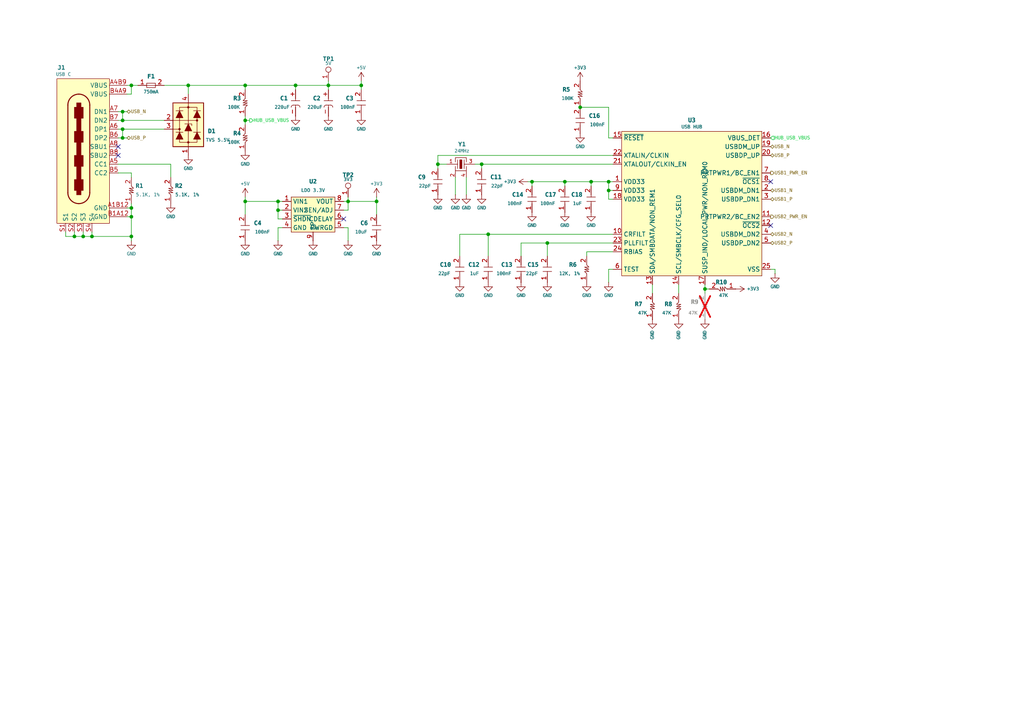
<source format=kicad_sch>
(kicad_sch (version 20231120) (generator "eeschema") (generator_version "8.0")
  (paper "A4")
  (title_block (title "PROGRAMMER & DEBUGGER") (date "2024-07-17") (rev "0.1") (company "TON DUC THANG UNIVERSITY") (comment 1 "Schematic Designed by ...") (comment 2 "PCB Designed by ...") (comment 3 "Approved by ..."))
  (lib_symbols
    (symbol "Liem:FUSE" (pin_names hide)
      (property "Reference" "F1" (at 0.635 3.175 0))
      (property "Value" "10A" (at 0.635 0.635 0))
      (symbol "FUSE_0_1"
        (rectangle (start -0.635 -1.905) (end 1.905 -3.175))
        (polyline (pts (xy 1.905 -2.54) (xy -0.635 -2.54)))
      )
      (symbol "FUSE_1_1"
        (pin bidirectional line (at -3.175 -2.54 0) (length 2.54) (name "1") (number "1"))
        (pin bidirectional line (at 4.445 -2.54 180) (length 2.54) (name "2") (number "2"))
      )
    )
    (symbol "Liem:MCP1727"
      (property "Reference" "U2" (at 6.35 1.27 0))
      (property "Value" "MCP1727" (at 6.35 -1.27 0))
      (symbol "MCP1727_1_1"
        (rectangle (start 0 -3.81) (end 12.7 -13.97) (fill (type background)))
        (pin power_in line (at -2.54 -5.08 0) (length 2.54) (name "VIN1") (number "1"))
        (pin power_in line (at -2.54 -7.62 0) (length 2.54) (name "VIN2") (number "2"))
        (pin input line (at -2.54 -10.16 0) (length 2.54) (name "~{SHDN}") (number "3"))
        (pin power_in line (at -2.54 -12.7 0) (length 2.54) (name "GND") (number "4"))
        (pin bidirectional line (at 15.24 -12.7 180) (length 2.54) (name "PWRGD") (number "5"))
        (pin bidirectional line (at 15.24 -10.16 180) (length 2.54) (name "CDELAY") (number "6"))
        (pin input line (at 15.24 -7.62 180) (length 2.54) (name "SEN/ADJ") (number "7"))
        (pin power_out line (at 15.24 -5.08 180) (length 2.54) (name "VOUT") (number "8"))
        (pin bidirectional line (at 6.35 -16.51 90) (length 2.54) (name "EP") (number "9"))
      )
    )
    (symbol "Liem:PRTR5V0U2X" (pin_names (offset 0) hide)
      (property "Reference" "D1" (at -6.35 1.2701 0))
      (property "Value" "PRTR5V0U2X" (at -6.35 -1.2699 0))
      (symbol "PRTR5V0U2X_0_1"
        (rectangle (start -4.445 6.35) (end 4.445 -6.35) (stroke (width 0.254)) (fill (type background)))
        (circle (center -2.54 1.27) (radius 0.254) (fill (type outline)))
        (rectangle (start -2.54 5.08) (end 2.54 -5.08))
        (circle (center 0 -5.08) (radius 0.254) (fill (type outline)))
        (polyline (pts (xy -1.524 -2.159) (xy -3.556 -2.159)))
        (polyline (pts (xy -1.524 4.064) (xy -3.556 4.064)))
        (polyline (pts (xy 0 -6.35) (xy 0 6.35)))
        (polyline (pts (xy 1.524 -2.159) (xy 3.556 -2.159)))
        (polyline (pts (xy 1.524 4.064) (xy 3.556 4.064)))
        (polyline (pts (xy 2.54 -1.27) (xy 4.445 -1.27)))
        (polyline (pts (xy 4.445 1.27) (xy -2.54 1.27)))
        (polyline (pts (xy 1.016 0.254) (xy -1.016 0.254) (xy -1.016 -0.254)))
        (circle (center 0 5.08) (radius 0.254) (fill (type outline)))
        (circle (center 2.54 -1.27) (radius 0.254) (fill (type outline)))
      )
      (symbol "PRTR5V0U2X_1_1"
        (polyline (pts (xy -3.556 -4.191) (xy -1.524 -4.191) (xy -2.54 -2.159) (xy -3.556 -4.191)) (fill (type outline)))
        (polyline (pts (xy -3.556 2.032) (xy -1.524 2.032) (xy -2.54 4.064) (xy -3.556 2.032)) (fill (type outline)))
        (polyline (pts (xy -1.016 -1.778) (xy 1.016 -1.778) (xy 0 0.254) (xy -1.016 -1.778)) (fill (type outline)))
        (polyline (pts (xy 3.556 -4.191) (xy 1.524 -4.191) (xy 2.54 -2.159) (xy 3.556 -4.191)) (fill (type outline)))
        (polyline (pts (xy 3.556 2.032) (xy 1.524 2.032) (xy 2.54 4.064) (xy 3.556 2.032)) (fill (type outline)))
        (pin passive line (at 0 -8.89 90) (length 2.54) (name "GND") (number "1"))
        (pin passive line (at 6.985 1.27 180) (length 2.54) (name "I/O1") (number "2"))
        (pin passive line (at 6.985 -1.27 180) (length 2.54) (name "I/O2") (number "3"))
        (pin passive line (at 0 8.89 270) (length 2.54) (name "VCC") (number "4"))
      )
    )
    (symbol "Liem:USB4105"
      (property "Reference" "J1" (at 7.62 -0.635 0))
      (property "Value" "USB C" (at 7.62 -3.175 0))
      (symbol "USB4105_1_1"
        (rectangle (start 0 -5.715) (end 15.24 -47.625) (fill (type background)))
        (polyline (pts (xy 3.175 -13.335) (xy 3.175 -38.735)) (stroke (width 0.3)))
        (polyline (pts (xy 9.525 -13.335) (xy 9.525 -38.735)) (stroke (width 0.3)))
        (arc (start 3.175 -38.735) (mid 4.1049 -40.9801) (end 6.35 -41.91) (stroke (width 0.3)))
        (rectangle (start 5.08 -34.925) (end 5.715 -38.1) (fill (type outline)))
        (rectangle (start 5.08 -27.94) (end 5.715 -31.115) (fill (type outline)))
        (rectangle (start 5.08 -20.955) (end 5.715 -24.13) (fill (type outline)))
        (rectangle (start 5.08 -13.97) (end 5.715 -17.145) (fill (type outline)))
        (rectangle (start 5.715 -12.7) (end 6.985 -39.37) (fill (type outline)))
        (arc (start 6.35 -41.91) (mid 8.5951 -40.9801) (end 9.525 -38.735) (stroke (width 0.3)))
        (arc (start 6.35 -10.16) (mid 4.1049 -11.0899) (end 3.175 -13.335) (stroke (width 0.3)))
        (rectangle (start 6.985 -34.925) (end 7.62 -38.1) (fill (type outline)))
        (rectangle (start 6.985 -27.94) (end 7.62 -31.115) (fill (type outline)))
        (rectangle (start 6.985 -20.955) (end 7.62 -24.13) (fill (type outline)))
        (rectangle (start 6.985 -13.97) (end 7.62 -17.145) (fill (type outline)))
        (arc (start 9.525 -13.335) (mid 8.5951 -11.0899) (end 6.35 -10.16) (stroke (width 0.3)))
        (pin passive line (at 20.32 -43.18 180) (length 5.08) (name "GND") (number "A1B12"))
        (pin passive line (at 20.32 -7.62 180) (length 5.08) (name "VBUS") (number "A4B9"))
        (pin passive line (at 17.78 -30.48 180) (length 2.54) (name "CC1") (number "A5"))
        (pin passive line (at 17.78 -20.32 180) (length 2.54) (name "DP1") (number "A6"))
        (pin passive line (at 17.78 -15.24 180) (length 2.54) (name "DN1") (number "A7"))
        (pin passive line (at 17.78 -25.4 180) (length 2.54) (name "SBU1") (number "A8"))
        (pin passive line (at 20.32 -45.72 180) (length 5.08) (name "GND") (number "B1A12"))
        (pin passive line (at 20.32 -10.16 180) (length 5.08) (name "VBUS") (number "B4A9"))
        (pin passive line (at 17.78 -33.02 180) (length 2.54) (name "CC2") (number "B5"))
        (pin passive line (at 17.78 -22.86 180) (length 2.54) (name "DP2") (number "B6"))
        (pin passive line (at 17.78 -17.78 180) (length 2.54) (name "DN2") (number "B7"))
        (pin passive line (at 17.78 -27.94 180) (length 2.54) (name "SBU2") (number "B8"))
        (pin passive line (at 2.54 -50.165 90) (length 2.54) (name "S1") (number "S1"))
        (pin passive line (at 5.08 -50.165 90) (length 2.54) (name "S2") (number "S2"))
        (pin passive line (at 7.62 -50.165 90) (length 2.54) (name "S3") (number "S3"))
        (pin passive line (at 10.16 -50.165 90) (length 2.54) (name "S4") (number "S4"))
      )
    )
    (symbol "My_Library:TestPoint"
      (property "Reference" "TP" (at 0 2.54 0))
      (property "Value" "TestPoint" (at 0 -3.81 0))
      (symbol "TestPoint_0_1"
        (circle (center 0 0.762) (radius 0.762))
      )
      (symbol "TestPoint_1_1"
        (pin passive line (at 0 -2.54 90) (length 2.54) (name "") (number "1"))
      )
    )
    (symbol "SAMPI:CERCAP" (pin_names hide)
      (property "Reference" "C" (at -1.905 1.905 0))
      (property "Value" "CerCap" (at -1.905 0 0))
      (symbol "CERCAP_0_1"
        (polyline (pts (xy 0 -2.54) (xy 0.635 -2.54)))
        (polyline (pts (xy 0.635 -1.27) (xy 0.635 -3.81)))
        (polyline (pts (xy 1.905 -2.54) (xy 2.54 -2.54)))
        (polyline (pts (xy 1.905 -1.27) (xy 1.905 -3.81)))
      )
      (symbol "CERCAP_1_1"
        (pin bidirectional line (at -2.54 -2.54 0) (length 2.54) (name "1") (number "1"))
        (pin bidirectional line (at 5.08 -2.54 180) (length 2.54) (name "2") (number "2"))
      )
    )
    (symbol "SAMPI:ELECCAP" (pin_names hide)
      (property "Reference" "C" (at -1.905 1.905 0))
      (property "Value" "Cer Cap" (at -1.905 0 0))
      (symbol "ELECCAP_0_1"
        (polyline (pts (xy 0.635 -1.27) (xy 0.635 -3.81)))
        (arc (start 2.54 -1.27) (mid 2.091 -1.456) (end 1.905 -1.905))
      )
      (symbol "ELECCAP_1_1"
        (polyline (pts (xy 0.635 -2.54) (xy 0 -2.54)))
        (polyline (pts (xy 1.905 -3.175) (xy 1.905 -1.905)))
        (polyline (pts (xy 2.54 -2.54) (xy 1.905 -2.54)))
        (arc (start 1.905 -3.175) (mid 2.091 -3.624) (end 2.54 -3.81))
        (pin bidirectional line (at -2.54 -2.54 0) (length 2.54) (name "+") (number "+"))
        (pin bidirectional line (at 5.08 -2.54 180) (length 2.54) (name "-") (number "-"))
      )
    )
    (symbol "SAMPI:RES" (pin_names hide)
      (property "Reference" "R" (at 0 1.905 0))
      (property "Value" "RES" (at 0 0 0))
      (symbol "RES_0_1"
        (polyline (pts (xy 0 -2.54) (xy 0.635 -1.905) (xy 0.635 -3.175) (xy 1.27 -1.905) (xy 1.27 -3.175) (xy 1.905 -1.905) (xy 1.905 -3.175) (xy 2.54 -2.54)))
      )
      (symbol "RES_1_1"
        (pin bidirectional line (at -2.54 -2.54 0) (length 2.54) (name "1") (number "1"))
        (pin bidirectional line (at 5.08 -2.54 180) (length 2.54) (name "2") (number "2"))
      )
    )
    (symbol "SAMPI:USB2422"
      (property "Reference" "U3" (at 0.635 0 0))
      (property "Value" "USB HUB" (at 0.635 -1.905 0))
      (symbol "USB2422_1_1"
        (rectangle (start -19.685 -3.175) (end 20.955 -45.085) (fill (type background)))
        (pin power_in line (at -22.225 -17.78 0) (length 2.54) (name "VDD33") (number "1"))
        (pin passive line (at -22.225 -33.02 0) (length 2.54) (name "CRFILT") (number "10"))
        (pin output line (at 23.495 -27.94 180) (length 2.54) (name "PRTPWR2/BC_EN2") (number "11"))
        (pin input line (at 23.495 -30.48 180) (length 2.54) (name "~{OCS2}") (number "12"))
        (pin bidirectional line (at -10.795 -47.625 90) (length 2.54) (name "SDA/SMBDATA/NON_REM1") (number "13"))
        (pin bidirectional line (at -3.175 -47.625 90) (length 2.54) (name "SCL/SMBCLK/CFG_SEL0") (number "14"))
        (pin input line (at -22.225 -5.08 0) (length 2.54) (name "~{RESET}") (number "15"))
        (pin input line (at 23.495 -5.08 180) (length 2.54) (name "VBUS_DET") (number "16"))
        (pin bidirectional line (at 4.445 -47.625 90) (length 2.54) (name "SUSP_IND/LOCAL_PWR/NON_REM0") (number "17"))
        (pin power_in line (at -22.225 -22.86 0) (length 2.54) (name "VDD33") (number "18"))
        (pin bidirectional line (at 23.495 -7.62 180) (length 2.54) (name "USBDM_UP") (number "19"))
        (pin bidirectional line (at 23.495 -20.32 180) (length 2.54) (name "USBDM_DN1") (number "2"))
        (pin bidirectional line (at 23.495 -10.16 180) (length 2.54) (name "USBDP_UP") (number "20"))
        (pin output line (at -22.225 -12.7 0) (length 2.54) (name "XTALOUT/CLKIN_EN") (number "21"))
        (pin input line (at -22.225 -10.16 0) (length 2.54) (name "XTALIN/CLKIN") (number "22"))
        (pin passive line (at -22.225 -35.56 0) (length 2.54) (name "PLLFILT") (number "23"))
        (pin passive line (at -22.225 -38.1 0) (length 2.54) (name "RBIAS") (number "24"))
        (pin passive line (at 23.495 -43.18 180) (length 2.54) (name "VSS") (number "25"))
        (pin bidirectional line (at 23.495 -22.86 180) (length 2.54) (name "USBDP_DN1") (number "3"))
        (pin bidirectional line (at 23.495 -33.02 180) (length 2.54) (name "USBDM_DN2") (number "4"))
        (pin bidirectional line (at 23.495 -35.56 180) (length 2.54) (name "USBDP_DN2") (number "5"))
        (pin passive line (at -22.225 -43.18 0) (length 2.54) (name "TEST") (number "6"))
        (pin output line (at 23.495 -15.24 180) (length 2.54) (name "PRTPWR1/BC_EN1") (number "7"))
        (pin input line (at 23.495 -17.78 180) (length 2.54) (name "~{OCS1}") (number "8"))
        (pin power_in line (at -22.225 -20.32 0) (length 2.54) (name "VDD33") (number "9"))
      )
    )
    (symbol "TUANLIB:FA-20H" (pin_names (offset 1.016))
      (property "Reference" "Y1" (at 0 7.62 0))
      (property "Value" "FA-20H" (at -6.985 3.175 0))
      (symbol "FA-20H_0_0"
        (pin passive line (at -5.715 0 0) (length 2.54) (name "~") (number "1"))
        (pin passive line (at 2.54 0 180) (length 2.54) (name "~") (number "3"))
      )
      (symbol "FA-20H_0_1"
        (polyline (pts (xy -2.54 1.27) (xy -2.54 -1.27)))
        (polyline (pts (xy -0.635 1.27) (xy -0.635 -1.27)))
        (polyline (pts (xy -3.175 0.635) (xy -3.175 1.905) (xy 0 1.905) (xy 0 0.635)))
        (polyline (pts (xy 0 -0.635) (xy 0 -1.905) (xy -3.175 -1.905) (xy -3.175 -0.635)))
      )
      (symbol "FA-20H_1_0"
        (pin passive line (at -3.175 -3.81 90) (length 1.27) (name "") (number "2"))
        (pin passive line (at 0 -3.81 90) (length 1.27) (name "") (number "4"))
      )
      (symbol "FA-20H_1_1"
        (rectangle (start -1.905 1.27) (end -1.27 -1.27) (fill (type outline)))
        (polyline (pts (xy -3.175 -2.54) (xy -3.175 -1.905)))
        (polyline (pts (xy -2.54 0) (xy -3.175 0)))
        (polyline (pts (xy 0 -2.54) (xy 0 -1.905)))
        (polyline (pts (xy 0 0) (xy -0.635 0)))
      )
    )
    (symbol "power:+3V3" (power) (pin_numbers hide) (pin_names (offset 0) hide)
      (property "Value" "+3V3" (at 0 3.556 0))
      (symbol "+3V3_0_1"
        (polyline (pts (xy -0.762 1.27) (xy 0 2.54)))
        (polyline (pts (xy 0 0) (xy 0 2.54)))
        (polyline (pts (xy 0 2.54) (xy 0.762 1.27)))
      )
      (symbol "+3V3_1_1"
        (pin power_in line (at 0 0 90) (length 0) (name "~") (number "1"))
      )
    )
    (symbol "power:+5V" (power) (pin_numbers hide) (pin_names (offset 0) hide)
      (property "Value" "+5V" (at 0 3.556 0))
      (symbol "+5V_0_1"
        (polyline (pts (xy -0.762 1.27) (xy 0 2.54)))
        (polyline (pts (xy 0 0) (xy 0 2.54)))
        (polyline (pts (xy 0 2.54) (xy 0.762 1.27)))
      )
      (symbol "+5V_1_1"
        (pin power_in line (at 0 0 90) (length 0) (name "~") (number "1"))
      )
    )
    (symbol "power:GND" (power) (pin_numbers hide) (pin_names (offset 0) hide)
      (property "Value" "GND" (at 0 -3.81 0))
      (symbol "GND_0_1"
        (polyline (pts (xy 0 0) (xy 0 -1.27) (xy 1.27 -1.27) (xy 0 -2.54) (xy -1.27 -1.27) (xy 0 -1.27)))
      )
      (symbol "GND_1_1"
        (pin power_in line (at 0 0 270) (length 0) (name "~") (number "1"))
      )
    )
  )
  (junction (at 104.775 24.765))
  (junction (at 127 47.625))
  (junction (at 176.53 52.705))
  (junction (at 35.56 34.925))
  (junction (at 71.12 34.925))
  (junction (at 80.645 60.96))
  (junction (at 204.47 83.82))
  (junction (at 139.7 47.625))
  (junction (at 38.1 68.58))
  (junction (at 163.83 52.705))
  (junction (at 85.725 24.765))
  (junction (at 21.59 68.58))
  (junction (at 54.61 24.765))
  (junction (at 158.75 70.485))
  (junction (at 100.965 58.42))
  (junction (at 176.53 55.245))
  (junction (at 24.13 68.58))
  (junction (at 35.56 37.465))
  (junction (at 38.1 62.865))
  (junction (at 35.56 40.005))
  (junction (at 38.1 24.765))
  (junction (at 95.25 24.765))
  (junction (at 109.22 58.42))
  (junction (at 71.12 24.765))
  (junction (at 141.605 67.945))
  (junction (at 71.12 58.42))
  (junction (at 80.645 58.42))
  (junction (at 168.275 31.115))
  (junction (at 35.56 32.385))
  (junction (at 154.305 52.705))
  (junction (at 26.67 68.58))
  (junction (at 171.45 52.705))
  (junction (at 38.1 60.325))
  (no_connect (at 34.29 42.545))
  (no_connect (at 99.695 63.5))
  (no_connect (at 223.52 52.705))
  (no_connect (at 34.29 45.085))
  (no_connect (at 223.52 65.405))
  (wire (pts (xy 80.645 69.85) (xy 80.645 66.04)))
  (wire (pts (xy 100.965 58.42) (xy 109.22 58.42)))
  (wire (pts (xy 19.05 68.58) (xy 21.59 68.58)))
  (wire (pts (xy 104.775 24.765) (xy 104.775 26.035)))
  (wire (pts (xy 168.275 31.115) (xy 176.53 31.115)))
  (wire (pts (xy 176.53 78.105) (xy 177.8 78.105)))
  (wire (pts (xy 26.67 68.58) (xy 38.1 68.58)))
  (wire (pts (xy 35.56 40.005) (xy 36.83 40.005)))
  (wire (pts (xy 177.8 73.025) (xy 170.18 73.025)))
  (wire (pts (xy 71.12 24.765) (xy 71.12 26.035)))
  (wire (pts (xy 71.12 33.655) (xy 71.12 34.925)))
  (wire (pts (xy 34.29 37.465) (xy 35.56 37.465)))
  (wire (pts (xy 71.12 58.42) (xy 80.645 58.42)))
  (wire (pts (xy 171.45 52.705) (xy 171.45 53.975)))
  (wire (pts (xy 19.05 67.31) (xy 19.05 68.58)))
  (wire (pts (xy 36.83 60.325) (xy 38.1 60.325)))
  (wire (pts (xy 36.83 27.305) (xy 38.1 27.305)))
  (wire (pts (xy 189.23 85.09) (xy 189.23 82.55)))
  (wire (pts (xy 132.08 51.435) (xy 132.08 56.515)))
  (wire (pts (xy 204.47 83.82) (xy 205.74 83.82)))
  (wire (pts (xy 80.645 63.5) (xy 80.645 60.96)))
  (wire (pts (xy 95.25 24.765) (xy 104.775 24.765)))
  (wire (pts (xy 176.53 55.245) (xy 176.53 52.705)))
  (wire (pts (xy 81.915 63.5) (xy 80.645 63.5)))
  (wire (pts (xy 170.18 73.025) (xy 170.18 74.295)))
  (wire (pts (xy 35.56 32.385) (xy 36.83 32.385)))
  (wire (pts (xy 35.56 34.925) (xy 47.625 34.925)))
  (wire (pts (xy 163.83 52.705) (xy 163.83 53.975)))
  (wire (pts (xy 176.53 55.245) (xy 177.8 55.245)))
  (wire (pts (xy 176.53 57.785) (xy 176.53 55.245)))
  (wire (pts (xy 196.85 85.09) (xy 196.85 82.55)))
  (wire (pts (xy 38.1 68.58) (xy 38.1 69.85)))
  (wire (pts (xy 176.53 31.115) (xy 176.53 40.005)))
  (wire (pts (xy 154.305 52.705) (xy 163.83 52.705)))
  (wire (pts (xy 137.795 47.625) (xy 139.7 47.625)))
  (wire (pts (xy 54.61 24.765) (xy 71.12 24.765)))
  (wire (pts (xy 133.35 67.945) (xy 141.605 67.945)))
  (wire (pts (xy 109.22 57.15) (xy 109.22 58.42)))
  (wire (pts (xy 171.45 52.705) (xy 176.53 52.705)))
  (wire (pts (xy 34.29 40.005) (xy 35.56 40.005)))
  (wire (pts (xy 34.29 47.625) (xy 49.53 47.625)))
  (wire (pts (xy 177.8 40.005) (xy 176.53 40.005)))
  (wire (pts (xy 34.29 34.925) (xy 35.56 34.925)))
  (wire (pts (xy 135.255 51.435) (xy 135.255 56.515)))
  (wire (pts (xy 35.56 40.005) (xy 35.56 37.465)))
  (wire (pts (xy 99.695 58.42) (xy 100.965 58.42)))
  (wire (pts (xy 224.79 79.375) (xy 224.79 78.105)))
  (wire (pts (xy 127 47.625) (xy 127 48.895)))
  (wire (pts (xy 71.12 34.925) (xy 71.12 36.195)))
  (wire (pts (xy 85.725 24.765) (xy 95.25 24.765)))
  (wire (pts (xy 133.35 74.295) (xy 133.35 67.945)))
  (wire (pts (xy 141.605 67.945) (xy 177.8 67.945)))
  (wire (pts (xy 35.56 34.925) (xy 35.56 32.385)))
  (wire (pts (xy 38.1 50.165) (xy 38.1 51.435)))
  (wire (pts (xy 100.965 60.96) (xy 100.965 58.42)))
  (wire (pts (xy 71.12 62.23) (xy 71.12 58.42)))
  (wire (pts (xy 34.29 50.165) (xy 38.1 50.165)))
  (wire (pts (xy 24.13 67.31) (xy 24.13 68.58)))
  (wire (pts (xy 127 47.625) (xy 129.54 47.625)))
  (wire (pts (xy 99.695 60.96) (xy 100.965 60.96)))
  (wire (pts (xy 104.775 23.495) (xy 104.775 24.765)))
  (wire (pts (xy 176.53 81.915) (xy 176.53 78.105)))
  (wire (pts (xy 154.305 53.975) (xy 154.305 52.705)))
  (wire (pts (xy 100.965 57.15) (xy 100.965 58.42)))
  (wire (pts (xy 176.53 52.705) (xy 177.8 52.705)))
  (wire (pts (xy 204.47 83.82) (xy 204.47 82.55)))
  (wire (pts (xy 38.1 27.305) (xy 38.1 24.765)))
  (wire (pts (xy 47.625 24.765) (xy 54.61 24.765)))
  (wire (pts (xy 80.645 58.42) (xy 81.915 58.42)))
  (wire (pts (xy 38.1 59.055) (xy 38.1 60.325)))
  (wire (pts (xy 95.25 23.495) (xy 95.25 24.765)))
  (wire (pts (xy 153.035 52.705) (xy 154.305 52.705)))
  (wire (pts (xy 99.695 66.04) (xy 100.965 66.04)))
  (wire (pts (xy 49.53 47.625) (xy 49.53 51.435)))
  (wire (pts (xy 85.725 24.765) (xy 85.725 26.035)))
  (wire (pts (xy 35.56 37.465) (xy 47.625 37.465)))
  (wire (pts (xy 36.83 62.865) (xy 38.1 62.865)))
  (wire (pts (xy 141.605 74.295) (xy 141.605 67.945)))
  (wire (pts (xy 151.13 70.485) (xy 151.13 74.295)))
  (wire (pts (xy 151.13 70.485) (xy 158.75 70.485)))
  (wire (pts (xy 24.13 68.58) (xy 26.67 68.58)))
  (wire (pts (xy 38.1 62.865) (xy 38.1 68.58)))
  (wire (pts (xy 80.645 66.04) (xy 81.915 66.04)))
  (wire (pts (xy 158.75 70.485) (xy 158.75 74.295)))
  (wire (pts (xy 95.25 24.765) (xy 95.25 26.035)))
  (wire (pts (xy 36.83 24.765) (xy 38.1 24.765)))
  (wire (pts (xy 38.1 60.325) (xy 38.1 62.865)))
  (wire (pts (xy 71.12 57.15) (xy 71.12 58.42)))
  (wire (pts (xy 127 45.085) (xy 127 47.625)))
  (wire (pts (xy 127 45.085) (xy 177.8 45.085)))
  (wire (pts (xy 35.56 32.385) (xy 34.29 32.385)))
  (wire (pts (xy 21.59 67.31) (xy 21.59 68.58)))
  (wire (pts (xy 80.645 60.96) (xy 80.645 58.42)))
  (wire (pts (xy 158.75 70.485) (xy 177.8 70.485)))
  (wire (pts (xy 177.8 57.785) (xy 176.53 57.785)))
  (wire (pts (xy 54.61 24.765) (xy 54.61 27.305)))
  (wire (pts (xy 224.79 78.105) (xy 223.52 78.105)))
  (wire (pts (xy 71.12 24.765) (xy 85.725 24.765)))
  (wire (pts (xy 204.47 85.09) (xy 204.47 83.82)))
  (wire (pts (xy 71.12 34.925) (xy 72.39 34.925)))
  (wire (pts (xy 38.1 24.765) (xy 40.005 24.765)))
  (wire (pts (xy 21.59 68.58) (xy 24.13 68.58)))
  (wire (pts (xy 26.67 67.31) (xy 26.67 68.58)))
  (wire (pts (xy 100.965 66.04) (xy 100.965 69.85)))
  (wire (pts (xy 139.7 47.625) (xy 177.8 47.625)))
  (wire (pts (xy 139.7 47.625) (xy 139.7 48.895)))
  (wire (pts (xy 109.22 62.23) (xy 109.22 58.42)))
  (wire (pts (xy 80.645 60.96) (xy 81.915 60.96)))
  (wire (pts (xy 163.83 52.705) (xy 171.45 52.705)))
  (hierarchical_label "USB_P" (shape bidirectional) (at 36.83 40.005 0) (effects (font (size 1.016 1.016))))
  (hierarchical_label "HUB_USB_VBUS" (shape output) (at 72.39 34.925 0) (effects (font (size 1.016 1.016))))
  (hierarchical_label "USB1_N" (shape bidirectional) (at 223.52 55.245 0) (effects (font (size 1.016 1.016))))
  (hierarchical_label "USB_P" (shape bidirectional) (at 223.52 45.085 0) (effects (font (size 1.016 1.016))))
  (hierarchical_label "HUB_USB_VBUS" (shape input) (at 223.52 40.005 0) (effects (font (size 1.016 1.016))))
  (hierarchical_label "USB_N" (shape bidirectional) (at 223.52 42.545 0) (effects (font (size 1.016 1.016))))
  (hierarchical_label "USB2_N" (shape bidirectional) (at 223.52 67.945 0) (effects (font (size 1.016 1.016))))
  (hierarchical_label "USB2_P" (shape bidirectional) (at 223.52 70.485 0) (effects (font (size 1.016 1.016))))
  (hierarchical_label "USB_N" (shape bidirectional) (at 36.83 32.385 0) (effects (font (size 1.016 1.016))))
  (hierarchical_label "USB1_PWR_EN" (shape output) (at 223.52 50.165 0) (effects (font (size 1.016 1.016))))
  (hierarchical_label "USB1_P" (shape bidirectional) (at 223.52 57.785 0) (effects (font (size 1.016 1.016))))
  (hierarchical_label "USB2_PWR_EN" (shape output) (at 223.52 62.865 0) (effects (font (size 1.016 1.016))))
  (symbol (lib_id "power:GND") (at 109.22 69.85 0) (unit 1)
    (property "Reference" "#PWR023" (effects (hide yes)))
    (property "Value" "GND" (at 109.22 73.66 0) (effects (font (size 1.016 1.016))))
    (property "Description" "Power symbol creates a global label with name \"GND\" , ground" (effects (hide yes)))
  )
  (symbol (lib_id "SAMPI:CERCAP") (at 173.99 59.055 270) (mirror x) (unit 1)
    (property "Reference" "C18" (at 168.91 56.515 90) (effects (font (bold yes)) (justify right)))
    (property "Value" "1uF" (at 168.91 59.055 90) (effects (font (size 1.016 1.016)) (justify right)))
    (property "Footprint" "Liem:CAP0402" (effects (hide yes)))
    (property "Description" "CAP CER 1UF 6.3V X5R 0402" (effects (hide yes)))
    (property "MNP" "GRM155R60J105KE19D" (effects (hide yes)))
    (property "MFT" "Murata Electronics" (effects (hide yes)))
  )
  (symbol (lib_id "SAMPI:CERCAP") (at 166.37 59.055 270) (mirror x) (unit 1)
    (property "Reference" "C17" (at 161.29 56.5149 90) (effects (font (bold yes)) (justify right)))
    (property "Value" "100nF" (at 161.29 59.0549 90) (effects (font (size 1.016 1.016)) (justify right)))
    (property "Footprint" "Liem:CAP0402" (effects (hide yes)))
    (property "Description" "CAP CER 0.1UF 16V X7R 0402" (effects (hide yes)))
    (property "MNP" "0402B104K160CT" (effects (hide yes)))
    (property "MFT" "Walsin Technology Corporation" (effects (hide yes)))
  )
  (symbol (lib_id "power:+3V3") (at 168.275 23.495 0) (unit 1)
    (property "Reference" "#PWR035" (effects (hide yes)))
    (property "Value" "+3V3" (at 168.275 19.685 0) (effects (font (size 1.016 1.016))))
    (property "Description" "Power symbol creates a global label with name \"+3V3\"" (effects (hide yes)))
  )
  (symbol (lib_id "power:GND") (at 196.85 92.71 0) (mirror y) (unit 1)
    (property "Reference" "#PWR041" (effects (hide yes)))
    (property "Value" "GND" (at 196.85 97.155 90) (effects (font (size 1.016 1.016))))
    (property "Description" "Power symbol creates a global label with name \"GND\" , ground" (effects (hide yes)))
  )
  (symbol (lib_id "power:GND") (at 104.775 33.655 0) (unit 1)
    (property "Reference" "#PWR011" (effects (hide yes)))
    (property "Value" "GND" (at 104.775 37.465 0) (effects (font (size 1.016 1.016))))
    (property "Description" "Power symbol creates a global label with name \"GND\" , ground" (effects (hide yes)))
  )
  (symbol (lib_id "power:GND") (at 85.725 33.655 0) (unit 1)
    (property "Reference" "#PWR08" (effects (hide yes)))
    (property "Value" "GND" (at 85.725 37.465 0) (effects (font (size 1.016 1.016))))
    (property "Description" "Power symbol creates a global label with name \"GND\" , ground" (effects (hide yes)))
  )
  (symbol (lib_id "SAMPI:RES") (at 46.99 56.515 90) (unit 1)
    (property "Reference" "R2" (at 50.8 53.9749 90) (effects (font (bold yes)) (justify right)))
    (property "Value" "5.1K, 1%" (at 50.8 56.5149 90) (effects (font (size 1.016 1.016)) (justify right)))
    (property "Footprint" "Liem:RES0402" (effects (hide yes)))
    (property "Description" "RES 5.1K OHM 1% 1/16W 0402" (effects (hide yes)))
    (property "MFT" "YAGEO" (effects (hide yes)))
    (property "MNP" "RC0402FR-075K1L" (effects (hide yes)))
  )
  (symbol (lib_id "power:GND") (at 204.47 92.71 0) (mirror y) (unit 1)
    (property "Reference" "#PWR042" (effects (hide yes)))
    (property "Value" "GND" (at 204.47 97.155 90) (effects (font (size 1.016 1.016))))
    (property "Description" "Power symbol creates a global label with name \"GND\" , ground" (effects (hide yes)))
  )
  (symbol (lib_id "SAMPI:CERCAP") (at 68.58 67.31 90) (unit 1)
    (property "Reference" "C4" (at 73.66 64.7699 90) (effects (font (bold yes)) (justify right)))
    (property "Value" "100nF" (at 73.66 67.3099 90) (effects (font (size 1.016 1.016)) (justify right)))
    (property "Footprint" "Liem:CAP0402" (effects (hide yes)))
    (property "Description" "CAP CER 0.1UF 16V X7R 0402" (effects (hide yes)))
    (property "MNP" "0402B104K160CT" (effects (hide yes)))
    (property "MFT" "Walsin Technology Corporation" (effects (hide yes)))
  )
  (symbol (lib_id "Liem:PRTR5V0U2X") (at 54.61 36.195 0) (mirror y) (unit 1)
    (property "Reference" "D1" (at 60.325 38.1 0) (effects (font (bold yes)) (justify right)))
    (property "Value" "TVS 5.5V" (at 59.69 40.64 0) (effects (font (size 1.016 1.016)) (justify right)))
    (property "Footprint" "Liem:SOT143B_NEXT" (effects (hide yes)))
    (property "Datasheet" "https://assets.nexperia.com/documents/data-sheet/PRTR5V0U2X.pdf" (effects (hide yes)))
    (property "Description" "TVS DIODE 5.5VWM SOT143B" (effects (hide yes)))
    (property "MNP" "PRTR5V0U2X,215" (effects (hide yes)))
    (property "MFT" "Nexperia USA Inc." (effects (hide yes)))
  )
  (symbol (lib_id "power:GND") (at 151.13 81.915 0) (mirror y) (unit 1)
    (property "Reference" "#PWR030" (effects (hide yes)))
    (property "Value" "GND" (at 151.13 85.725 0) (effects (font (size 1.016 1.016))))
    (property "Description" "Power symbol creates a global label with name \"GND\" , ground" (effects (hide yes)))
  )
  (symbol (lib_id "TUANLIB:FA-20H") (at 135.255 47.625 0) (unit 1)
    (property "Reference" "Y1" (at 133.985 41.91 0) (effects (font (bold yes))))
    (property "Value" "24MHz" (at 133.985 43.815 0) (effects (font (size 1.016 1.016))))
    (property "Footprint" "Liem:CDFN3225-4LD-PL-1" (effects (hide yes)))
    (property "Description" "CRYSTAL 24.0000MHZ 12PF SMD" (effects (hide yes)))
    (property "MNP" "ABM8AIG-24.000MHZ-12-2Z-T3" (effects (hide yes)))
    (property "MFT" "Abracon LLC" (effects (hide yes)))
  )
  (symbol (lib_id "SAMPI:CERCAP") (at 165.735 36.195 90) (unit 1)
    (property "Reference" "C16" (at 170.815 33.6549 90) (effects (font (bold yes)) (justify right)))
    (property "Value" "100nF" (at 170.815 36.1949 90) (effects (font (size 1.016 1.016)) (justify right)))
    (property "Footprint" "Liem:CAP0402" (effects (hide yes)))
    (property "Description" "CAP CER 0.1UF 16V X7R 0402" (effects (hide yes)))
    (property "MNP" "0402B104K160CT" (effects (hide yes)))
    (property "MFT" "Walsin Technology Corporation" (effects (hide yes)))
  )
  (symbol (lib_id "power:+5V") (at 104.775 23.495 0) (unit 1)
    (property "Reference" "#PWR010" (effects (hide yes)))
    (property "Value" "+5V" (at 104.775 19.685 0) (effects (font (size 1.016 1.016))))
    (property "Description" "Power symbol creates a global label with name \"+5V\"" (effects (hide yes)))
  )
  (symbol (lib_id "SAMPI:RES") (at 35.56 56.515 90) (unit 1)
    (property "Reference" "R1" (at 39.37 53.9749 90) (effects (font (bold yes)) (justify right)))
    (property "Value" "5.1K, 1%" (at 39.37 56.5149 90) (effects (font (size 1.016 1.016)) (justify right)))
    (property "Footprint" "Liem:RES0402" (effects (hide yes)))
    (property "Description" "RES 5.1K OHM 1% 1/16W 0402" (effects (hide yes)))
    (property "MFT" "YAGEO" (effects (hide yes)))
    (property "MNP" "RC0402FR-075K1L" (effects (hide yes)))
  )
  (symbol (lib_id "My_Library:TestPoint") (at 100.965 54.61 0) (unit 1) (in_bom no)
    (property "Reference" "TP2" (at 100.965 50.8 0) (effects (font (bold yes))))
    (property "Value" "3V3" (at 100.965 52.07 0) (effects (font (size 1.016 1.016))))
    (property "Footprint" "tuanlib:TestPoint" (effects (hide yes)))
  )
  (symbol (lib_id "power:+5V") (at 71.12 57.15 0) (unit 1)
    (property "Reference" "#PWR012" (effects (hide yes)))
    (property "Value" "+5V" (at 71.12 53.34 0) (effects (font (size 1.016 1.016))))
    (property "Description" "Power symbol creates a global label with name \"+5V\"" (effects (hide yes)))
  )
  (symbol (lib_id "power:GND") (at 141.605 81.915 0) (mirror y) (unit 1)
    (property "Reference" "#PWR029" (effects (hide yes)))
    (property "Value" "GND" (at 141.605 85.725 0) (effects (font (size 1.016 1.016))))
    (property "Description" "Power symbol creates a global label with name \"GND\" , ground" (effects (hide yes)))
  )
  (symbol (lib_id "Liem:MCP1727") (at 84.455 53.34 0) (unit 1)
    (property "Reference" "U2" (at 90.805 52.705 0) (effects (font (bold yes))))
    (property "Value" "LDO 3.3V" (at 90.805 55.245 0) (effects (font (size 1.016 1.016))))
    (property "Footprint" "Liem:DFN8_3x3_MCHP" (effects (hide yes)))
    (property "Description" "IC REG LINEAR 3.3V 1.5A 8DFN" (effects (hide yes)))
    (property "MNP" "MCP1727-3302E/MF" (effects (hide yes)))
    (property "MFT" "Microchip Technology" (effects (hide yes)))
  )
  (symbol (lib_id "power:GND") (at 168.275 38.735 0) (unit 1)
    (property "Reference" "#PWR036" (effects (hide yes)))
    (property "Value" "GND" (at 168.275 42.545 0) (effects (font (size 1.016 1.016))))
    (property "Description" "Power symbol creates a global label with name \"GND\" , ground" (effects (hide yes)))
  )
  (symbol (lib_id "My_Library:TestPoint") (at 95.25 20.955 0) (unit 1) (in_bom no)
    (property "Reference" "TP1" (at 95.25 17.145 0) (effects (font (bold yes))))
    (property "Value" "5V" (at 95.25 18.415 0) (effects (font (size 1.016 1.016))))
    (property "Footprint" "tuanlib:TestPoint" (effects (hide yes)))
  )
  (symbol (lib_id "power:GND") (at 189.23 92.71 0) (unit 1)
    (property "Reference" "#PWR040" (effects (hide yes)))
    (property "Value" "GND" (at 189.23 97.155 90) (effects (font (size 1.016 1.016))))
    (property "Description" "Power symbol creates a global label with name \"GND\" , ground" (effects (hide yes)))
  )
  (symbol (lib_id "SAMPI:RES") (at 186.69 90.17 90) (unit 1)
    (property "Reference" "R7" (at 184.15 88.265 90) (effects (font (bold yes)) (justify right)))
    (property "Value" "47K" (at 184.785 90.805 90) (effects (font (size 1.016 1.016)) (justify right)))
    (property "Footprint" "Liem:RES0402" (effects (hide yes)))
    (property "Description" "RES SMD 47K OHM 5% 1/16W 0402" (effects (hide yes)))
    (property "MFT" "Rohm Semiconductor" (effects (hide yes)))
    (property "MNP" "MCR01MZPJ473" (effects (hide yes)))
  )
  (symbol (lib_id "power:GND") (at 158.75 81.915 0) (unit 1)
    (property "Reference" "#PWR033" (effects (hide yes)))
    (property "Value" "GND" (at 158.75 85.725 0) (effects (font (size 1.016 1.016))))
    (property "Description" "Power symbol creates a global label with name \"GND\" , ground" (effects (hide yes)))
  )
  (symbol (lib_id "power:GND") (at 163.83 61.595 0) (mirror y) (unit 1)
    (property "Reference" "#PWR034" (effects (hide yes)))
    (property "Value" "GND" (at 163.83 65.405 0) (effects (font (size 1.016 1.016))))
    (property "Description" "Power symbol creates a global label with name \"GND\" , ground" (effects (hide yes)))
  )
  (symbol (lib_id "power:GND") (at 38.1 69.85 0) (unit 1)
    (property "Reference" "#PWR01" (effects (hide yes)))
    (property "Value" "GND" (at 38.1 73.66 0) (effects (font (size 1.016 1.016))))
    (property "Description" "Power symbol creates a global label with name \"GND\" , ground" (effects (hide yes)))
  )
  (symbol (lib_id "SAMPI:CERCAP") (at 161.29 79.375 270) (mirror x) (unit 1)
    (property "Reference" "C15" (at 156.21 76.835 90) (effects (font (bold yes)) (justify right)))
    (property "Value" "22pF" (at 156.21 79.375 90) (effects (font (size 1.016 1.016)) (justify right)))
    (property "Footprint" "Liem:CAP0402" (effects (hide yes)))
    (property "Description" "CAP CER 22PF 50V C0G/NPO 0402" (effects (hide yes)))
    (property "MNP" "AC0402JRNPO9BN220" (effects (hide yes)))
    (property "MFT" "YAGEO" (effects (hide yes)))
  )
  (symbol (lib_id "power:GND") (at 176.53 81.915 0) (unit 1)
    (property "Reference" "#PWR039" (effects (hide yes)))
    (property "Value" "GND" (at 176.53 85.725 0) (effects (font (size 1.016 1.016))))
    (property "Description" "Power symbol creates a global label with name \"GND\" , ground" (effects (hide yes)))
  )
  (symbol (lib_id "Liem:USB4105") (at 16.51 17.145 0) (unit 1)
    (property "Reference" "J1" (at 17.78 19.685 0) (effects (font (bold yes))))
    (property "Value" "USB C" (at 18.415 21.59 0) (effects (font (size 1.016 1.016))))
    (property "Footprint" "Liem:USB4105" (effects (hide yes)))
    (property "Description" "CONN RCP USB2.0 TYP C 24P SMD RA" (effects (hide yes)))
    (property "MNP" "USB4105-GF-A" (effects (hide yes)))
    (property "MFT" "GCT" (effects (hide yes)))
  )
  (symbol (lib_id "SAMPI:ELECCAP") (at 88.265 28.575 270) (unit 1)
    (property "Reference" "C1" (at 81.28 28.575 90) (effects (font (bold yes)) (justify left)))
    (property "Value" "220uF" (at 79.375 31.115 90) (effects (font (size 1.016 1.016)) (justify left)))
    (property "Footprint" "Liem:CAP2312-6032" (effects (hide yes)))
    (property "Description" "CAP TANT 220UF 10% 6.3V 2312" (effects (hide yes)))
    (property "MNP" "293D227X96R3C2TE3" (effects (hide yes)))
    (property "MFT" "Vishay Sprague" (effects (hide yes)))
  )
  (symbol (lib_id "power:GND") (at 90.805 69.85 0) (unit 1)
    (property "Reference" "#PWR015" (effects (hide yes)))
    (property "Value" "GND" (at 90.805 73.66 0) (effects (font (size 1.016 1.016))))
    (property "Description" "Power symbol creates a global label with name \"GND\" , ground" (effects (hide yes)))
  )
  (symbol (lib_id "power:GND") (at 170.18 81.915 0) (unit 1)
    (property "Reference" "#PWR037" (effects (hide yes)))
    (property "Value" "GND" (at 170.18 85.725 0) (effects (font (size 1.016 1.016))))
    (property "Description" "Power symbol creates a global label with name \"GND\" , ground" (effects (hide yes)))
  )
  (symbol (lib_id "power:GND") (at 171.45 61.595 0) (unit 1)
    (property "Reference" "#PWR038" (effects (hide yes)))
    (property "Value" "GND" (at 171.45 65.405 0) (effects (font (size 1.016 1.016))))
    (property "Description" "Power symbol creates a global label with name \"GND\" , ground" (effects (hide yes)))
  )
  (symbol (lib_id "power:GND") (at 80.645 69.85 0) (unit 1)
    (property "Reference" "#PWR014" (effects (hide yes)))
    (property "Value" "GND" (at 80.645 73.66 0) (effects (font (size 1.016 1.016))))
    (property "Description" "Power symbol creates a global label with name \"GND\" , ground" (effects (hide yes)))
  )
  (symbol (lib_id "SAMPI:RES") (at 199.39 90.17 270) (mirror x) (unit 1)
    (property "Reference" "R8" (at 194.945 88.265 90) (effects (font (bold yes)) (justify right)))
    (property "Value" "47K" (at 194.945 90.805 90) (effects (font (size 1.016 1.016)) (justify right)))
    (property "Footprint" "Liem:RES0402" (effects (hide yes)))
    (property "Description" "RES SMD 47K OHM 5% 1/16W 0402" (effects (hide yes)))
    (property "MFT" "Rohm Semiconductor" (effects (hide yes)))
    (property "MNP" "MCR01MZPJ473" (effects (hide yes)))
  )
  (symbol (lib_id "power:GND") (at 71.12 43.815 0) (unit 1)
    (property "Reference" "#PWR07" (effects (hide yes)))
    (property "Value" "GND" (at 71.12 47.625 0) (effects (font (size 1.016 1.016))))
    (property "Description" "Power symbol creates a global label with name \"GND\" , ground" (effects (hide yes)))
  )
  (symbol (lib_id "SAMPI:RES") (at 165.735 28.575 90) (unit 1)
    (property "Reference" "R5" (at 163.195 26.035 90) (effects (font (bold yes)) (justify right)))
    (property "Value" "100K" (at 162.56 28.575 90) (effects (font (size 1.016 1.016)) (justify right)))
    (property "Footprint" "Liem:RES0402" (effects (hide yes)))
    (property "Description" "RES SMD 100K OHM 5% 1/16W 0402" (effects (hide yes)))
    (property "MFT" "Rohm Semiconductor" (effects (hide yes)))
    (property "MNP" "MCR01MRTJ104" (effects (hide yes)))
  )
  (symbol (lib_id "Liem:FUSE") (at 43.18 22.225 0) (unit 1)
    (property "Reference" "F1" (at 43.815 22.225 0) (effects (font (bold yes))))
    (property "Value" "750mA" (at 43.815 26.67 0) (effects (font (size 1.016 1.016))))
    (property "Footprint" "tuanlib:FUSE_ 1206" (effects (hide yes)))
    (property "Description" "FUSE BOARD MNT 750MA 32VAC 63VDC" (effects (hide yes)))
    (property "MNP" "3413.0114.22" (effects (hide yes)))
    (property "MFT" "SCHURTER Inc." (effects (hide yes)))
  )
  (symbol (lib_id "SAMPI:RES") (at 73.66 31.115 270) (mirror x) (unit 1)
    (property "Reference" "R3" (at 69.85 28.5749 90) (effects (font (bold yes)) (justify right)))
    (property "Value" "100K" (at 69.85 31.1149 90) (effects (font (size 1.016 1.016)) (justify right)))
    (property "Footprint" "Liem:RES0402" (effects (hide yes)))
    (property "Description" "RES SMD 100K OHM 5% 1/16W 0402" (effects (hide yes)))
    (property "MFT" "Rohm Semiconductor" (effects (hide yes)))
    (property "MNP" "MCR01MRTJ104" (effects (hide yes)))
  )
  (symbol (lib_id "power:GND") (at 133.35 81.915 0) (mirror y) (unit 1)
    (property "Reference" "#PWR026" (effects (hide yes)))
    (property "Value" "GND" (at 133.35 85.725 0) (effects (font (size 1.016 1.016))))
    (property "Description" "Power symbol creates a global label with name \"GND\" , ground" (effects (hide yes)))
  )
  (symbol (lib_id "power:GND") (at 100.965 69.85 0) (unit 1)
    (property "Reference" "#PWR021" (effects (hide yes)))
    (property "Value" "GND" (at 100.965 73.66 0) (effects (font (size 1.016 1.016))))
    (property "Description" "Power symbol creates a global label with name \"GND\" , ground" (effects (hide yes)))
  )
  (symbol (lib_id "power:GND") (at 49.53 59.055 0) (unit 1)
    (property "Reference" "#PWR04" (effects (hide yes)))
    (property "Value" "GND" (at 49.53 62.865 0) (effects (font (size 1.016 1.016))))
    (property "Description" "Power symbol creates a global label with name \"GND\" , ground" (effects (hide yes)))
  )
  (symbol (lib_id "power:GND") (at 54.61 45.085 0) (unit 1)
    (property "Reference" "#PWR06" (effects (hide yes)))
    (property "Value" "GND" (at 54.61 48.895 0) (effects (font (size 1.016 1.016))))
    (property "Description" "Power symbol creates a global label with name \"GND\" , ground" (effects (hide yes)))
  )
  (symbol (lib_id "power:GND") (at 139.7 56.515 0) (unit 1)
    (property "Reference" "#PWR028" (effects (hide yes)))
    (property "Value" "GND" (at 139.7 60.325 0) (effects (font (size 1.016 1.016))))
    (property "Description" "Power symbol creates a global label with name \"GND\" , ground" (effects (hide yes)))
  )
  (symbol (lib_id "SAMPI:RES") (at 210.82 81.28 0) (mirror y) (unit 1)
    (property "Reference" "R10" (at 207.645 81.915 0) (effects (font (bold yes)) (justify right)))
    (property "Value" "47K" (at 208.28 85.725 0) (effects (font (size 1.016 1.016)) (justify right)))
    (property "Footprint" "Liem:RES0402" (effects (hide yes)))
    (property "Description" "RES SMD 47K OHM 5% 1/16W 0402" (effects (hide yes)))
    (property "MFT" "Rohm Semiconductor" (effects (hide yes)))
    (property "MNP" "MCR01MZPJ473" (effects (hide yes)))
  )
  (symbol (lib_id "power:GND") (at 127 56.515 0) (mirror y) (unit 1)
    (property "Reference" "#PWR024" (effects (hide yes)))
    (property "Value" "GND" (at 127 60.325 0) (effects (font (size 1.016 1.016))))
    (property "Description" "Power symbol creates a global label with name \"GND\" , ground" (effects (hide yes)))
  )
  (symbol (lib_id "power:GND") (at 135.255 56.515 0) (unit 1)
    (property "Reference" "#PWR027" (effects (hide yes)))
    (property "Value" "GND" (at 135.255 60.325 0) (effects (font (size 1.016 1.016))))
    (property "Description" "Power symbol creates a global label with name \"GND\" , ground" (effects (hide yes)))
  )
  (symbol (lib_id "SAMPI:CERCAP") (at 139.065 79.375 90) (unit 1)
    (property "Reference" "C12" (at 139.065 76.8349 90) (effects (font (bold yes)) (justify left)))
    (property "Value" "1uF" (at 139.065 79.3749 90) (effects (font (size 1.016 1.016)) (justify left)))
    (property "Footprint" "Liem:CAP0402" (effects (hide yes)))
    (property "Description" "CAP CER 1UF 6.3V X5R 0402" (effects (hide yes)))
    (property "MNP" "GRM155R60J105KE19D" (effects (hide yes)))
    (property "MFT" "Murata Electronics" (effects (hide yes)))
  )
  (symbol (lib_id "power:GND") (at 224.79 79.375 0) (unit 1)
    (property "Reference" "#PWR044" (effects (hide yes)))
    (property "Value" "GND" (at 224.79 83.185 0) (effects (font (size 1.016 1.016))))
    (property "Description" "Power symbol creates a global label with name \"GND\" , ground" (effects (hide yes)))
  )
  (symbol (lib_id "SAMPI:CERCAP") (at 156.845 59.055 270) (mirror x) (unit 1)
    (property "Reference" "C14" (at 151.765 56.5149 90) (effects (font (bold yes)) (justify right)))
    (property "Value" "100nF" (at 151.765 59.0549 90) (effects (font (size 1.016 1.016)) (justify right)))
    (property "Footprint" "Liem:CAP0402" (effects (hide yes)))
    (property "Description" "CAP CER 0.1UF 16V X7R 0402" (effects (hide yes)))
    (property "MNP" "0402B104K160CT" (effects (hide yes)))
    (property "MFT" "Walsin Technology Corporation" (effects (hide yes)))
  )
  (symbol (lib_id "power:GND") (at 95.25 33.655 0) (unit 1)
    (property "Reference" "#PWR09" (effects (hide yes)))
    (property "Value" "GND" (at 95.25 37.465 0) (effects (font (size 1.016 1.016))))
    (property "Description" "Power symbol creates a global label with name \"GND\" , ground" (effects (hide yes)))
  )
  (symbol (lib_id "power:+3V3") (at 109.22 57.15 0) (unit 1)
    (property "Reference" "#PWR022" (effects (hide yes)))
    (property "Value" "+3V3" (at 109.22 53.34 0) (effects (font (size 1.016 1.016))))
    (property "Description" "Power symbol creates a global label with name \"+3V3\"" (effects (hide yes)))
  )
  (symbol (lib_id "SAMPI:CERCAP") (at 153.67 79.375 270) (mirror x) (unit 1)
    (property "Reference" "C13" (at 148.59 76.8349 90) (effects (font (bold yes)) (justify right)))
    (property "Value" "100nF" (at 148.59 79.3749 90) (effects (font (size 1.016 1.016)) (justify right)))
    (property "Footprint" "Liem:CAP0402" (effects (hide yes)))
    (property "Description" "CAP CER 0.1UF 16V X7R 0402" (effects (hide yes)))
    (property "MNP" "0402B104K160CT" (effects (hide yes)))
    (property "MFT" "Walsin Technology Corporation" (effects (hide yes)))
  )
  (symbol (lib_id "power:GND") (at 132.08 56.515 0) (unit 1)
    (property "Reference" "#PWR025" (effects (hide yes)))
    (property "Value" "GND" (at 132.08 60.325 0) (effects (font (size 1.016 1.016))))
    (property "Description" "Power symbol creates a global label with name \"GND\" , ground" (effects (hide yes)))
  )
  (symbol (lib_id "power:GND") (at 71.12 69.85 0) (unit 1)
    (property "Reference" "#PWR013" (effects (hide yes)))
    (property "Value" "GND" (at 71.12 73.66 0) (effects (font (size 1.016 1.016))))
    (property "Description" "Power symbol creates a global label with name \"GND\" , ground" (effects (hide yes)))
  )
  (symbol (lib_id "SAMPI:CERCAP") (at 111.76 67.31 270) (mirror x) (unit 1)
    (property "Reference" "C6" (at 106.68 64.7699 90) (effects (font (bold yes)) (justify right)))
    (property "Value" "10uF" (at 106.68 67.3099 90) (effects (font (size 1.016 1.016)) (justify right)))
    (property "Footprint" "Liem:CAP0603" (effects (hide yes)))
    (property "Description" "CAP CER 10UF 10V X5R 0603" (effects (hide yes)))
    (property "MNP" "C0603C106M8PACTU" (effects (hide yes)))
    (property "MFT" "KEMET" (effects (hide yes)))
  )
  (symbol (lib_id "SAMPI:ELECCAP") (at 97.79 28.575 270) (unit 1)
    (property "Reference" "C2" (at 90.805 28.575 90) (effects (font (bold yes)) (justify left)))
    (property "Value" "220uF" (at 88.9 31.115 90) (effects (font (size 1.016 1.016)) (justify left)))
    (property "Footprint" "Liem:CAP2312-6032" (effects (hide yes)))
    (property "Description" "CAP TANT 220UF 10% 6.3V 2312" (effects (hide yes)))
    (property "MNP" "293D227X96R3C2TE3" (effects (hide yes)))
    (property "MFT" "Vishay Sprague" (effects (hide yes)))
  )
  (symbol (lib_id "SAMPI:RES") (at 167.64 79.375 90) (unit 1)
    (property "Reference" "R6" (at 165.1 76.835 90) (effects (font (bold yes)) (justify right)))
    (property "Value" "12K, 1%" (at 161.925 79.375 90) (effects (font (size 1.016 1.016)) (justify right)))
    (property "Footprint" "Liem:RES0402" (effects (hide yes)))
    (property "Description" "RES 12K OHM 1% 1/16W 0402" (effects (hide yes)))
    (property "MFT" "YAGEO" (effects (hide yes)))
    (property "MNP" "RC0402FR-0712KL" (effects (hide yes)))
  )
  (symbol (lib_id "power:+3V3") (at 213.36 83.82 270) (unit 1)
    (property "Reference" "#PWR043" (effects (hide yes)))
    (property "Value" "+3V3" (at 218.44 83.82 90) (effects (font (size 1.016 1.016))))
    (property "Description" "Power symbol creates a global label with name \"+3V3\"" (effects (hide yes)))
  )
  (symbol (lib_id "power:+3V3") (at 153.035 52.705 90) (unit 1)
    (property "Reference" "#PWR031" (effects (hide yes)))
    (property "Value" "+3V3" (at 147.955 52.705 90) (effects (font (size 1.016 1.016))))
    (property "Description" "Power symbol creates a global label with name \"+3V3\"" (effects (hide yes)))
  )
  (symbol (lib_id "SAMPI:CERCAP") (at 137.16 53.975 90) (unit 1)
    (property "Reference" "C11" (at 142.24 51.4349 90) (effects (font (bold yes)) (justify right)))
    (property "Value" "22pF" (at 142.24 53.9749 90) (effects (font (size 1.016 1.016)) (justify right)))
    (property "Footprint" "Liem:CAP0402" (effects (hide yes)))
    (property "Description" "CAP CER 22PF 50V C0G/NPO 0402" (effects (hide yes)))
    (property "MNP" "AC0402JRNPO9BN220" (effects (hide yes)))
    (property "MFT" "YAGEO" (effects (hide yes)))
  )
  (symbol (lib_id "SAMPI:RES") (at 207.01 90.17 270) (mirror x) (unit 1) (in_bom no) (dnp yes)
    (property "Reference" "R9" (at 202.565 87.63 90) (effects (font (bold yes)) (justify right)))
    (property "Value" "47K" (at 202.565 90.805 90) (effects (font (size 1.016 1.016)) (justify right)))
    (property "Footprint" "Liem:RES0402" (effects (hide yes)))
    (property "Description" "RES SMD 47K OHM 5% 1/16W 0402" (effects (hide yes)))
    (property "MFT" "Rohm Semiconductor" (effects (hide yes)))
    (property "MNP" "MCR01MZPJ473" (effects (hide yes)))
  )
  (symbol (lib_id "SAMPI:RES") (at 73.66 41.275 270) (mirror x) (unit 1)
    (property "Reference" "R4" (at 69.85 38.7349 90) (effects (font (bold yes)) (justify right)))
    (property "Value" "100K" (at 69.85 41.2749 90) (effects (font (size 1.016 1.016)) (justify right)))
    (property "Footprint" "Liem:RES0402" (effects (hide yes)))
    (property "Description" "RES SMD 100K OHM 5% 1/16W 0402" (effects (hide yes)))
    (property "MFT" "Rohm Semiconductor" (effects (hide yes)))
    (property "MNP" "MCR01MRTJ104" (effects (hide yes)))
  )
  (symbol (lib_id "SAMPI:USB2422") (at 200.025 34.925 0) (unit 1)
    (property "Reference" "U3" (at 200.66 34.925 0) (effects (font (bold yes))))
    (property "Value" "USB HUB" (at 200.66 36.83 0) (effects (font (size 1.016 1.016))))
    (property "Footprint" "Package_DFN_QFN:QFN-24-1EP_4x4mm_P0.5mm_EP2.8x2.8mm" (effects (hide yes)))
    (property "Description" "IC HUB CTLR USB 2.0 24QFN" (effects (hide yes)))
    (property "MNP" "USB2422T-I/MJ" (effects (hide yes)))
    (property "MFT" "Microchip Technology" (effects (hide yes)))
  )
  (symbol (lib_id "SAMPI:CERCAP") (at 130.81 79.375 90) (unit 1)
    (property "Reference" "C10" (at 130.81 76.8349 90) (effects (font (bold yes)) (justify left)))
    (property "Value" "22pF" (at 130.81 79.3749 90) (effects (font (size 1.016 1.016)) (justify left)))
    (property "Footprint" "Liem:CAP0402" (effects (hide yes)))
    (property "Description" "CAP CER 22PF 50V C0G/NPO 0402" (effects (hide yes)))
    (property "MNP" "AC0402JRNPO9BN220" (effects (hide yes)))
    (property "MFT" "YAGEO" (effects (hide yes)))
  )
  (symbol (lib_id "SAMPI:CERCAP") (at 102.235 31.115 90) (unit 1)
    (property "Reference" "C3" (at 100.33 28.575 90) (effects (font (bold yes)) (justify right)))
    (property "Value" "100nF" (at 98.425 31.115 90) (effects (font (size 1.016 1.016)) (justify right)))
    (property "Footprint" "Liem:CAP0402" (effects (hide yes)))
    (property "Description" "CAP CER 0.1UF 16V X7R 0402" (effects (hide yes)))
    (property "MNP" "0402B104K160CT" (effects (hide yes)))
    (property "MFT" "Walsin Technology Corporation" (effects (hide yes)))
  )
  (symbol (lib_id "SAMPI:CERCAP") (at 129.54 53.975 270) (mirror x) (unit 1)
    (property "Reference" "C9" (at 121.285 51.435 90) (effects (font (bold yes)) (justify left)))
    (property "Value" "22pF" (at 121.285 53.975 90) (effects (font (size 1.016 1.016)) (justify left)))
    (property "Footprint" "Liem:CAP0402" (effects (hide yes)))
    (property "Description" "CAP CER 22PF 50V C0G/NPO 0402" (effects (hide yes)))
    (property "MNP" "AC0402JRNPO9BN220" (effects (hide yes)))
    (property "MFT" "YAGEO" (effects (hide yes)))
  )
  (symbol (lib_id "power:GND") (at 154.305 61.595 0) (mirror y) (unit 1)
    (property "Reference" "#PWR032" (effects (hide yes)))
    (property "Value" "GND" (at 154.305 65.405 0) (effects (font (size 1.016 1.016))))
    (property "Description" "Power symbol creates a global label with name \"GND\" , ground" (effects (hide yes)))
  )
)
</source>
